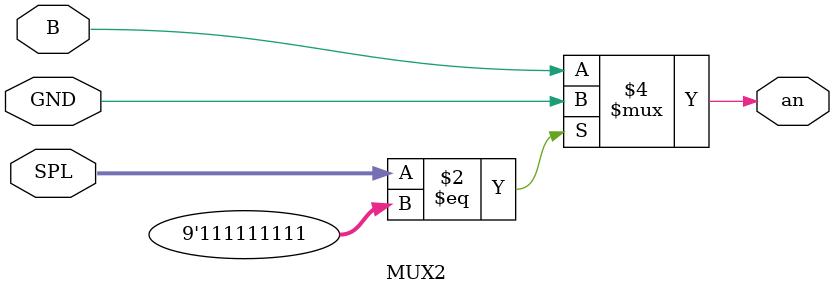
<source format=sv>
`timescale 1ns / 1ps



module MUX2(
    input GND,
    input B,
    input [8:0] SPL,
    output logic an
    );


    always_comb begin
     if (SPL == 9'b111111111) begin;
        an = GND;
        end    
     else begin;
        an = B;
        end
    end
    
endmodule

</source>
